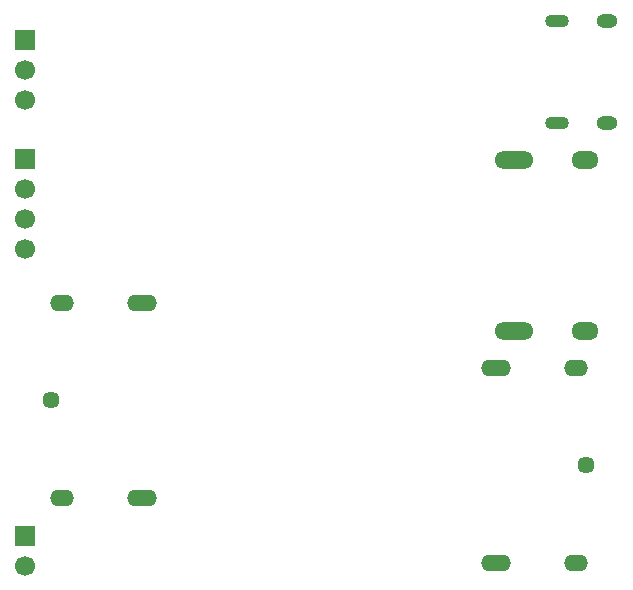
<source format=gbr>
%TF.GenerationSoftware,KiCad,Pcbnew,9.0.1*%
%TF.CreationDate,2025-08-01T22:35:38-04:00*%
%TF.ProjectId,hardwareddc-aux-breakout,68617264-7761-4726-9564-64632d617578,rev?*%
%TF.SameCoordinates,Original*%
%TF.FileFunction,Soldermask,Bot*%
%TF.FilePolarity,Negative*%
%FSLAX46Y46*%
G04 Gerber Fmt 4.6, Leading zero omitted, Abs format (unit mm)*
G04 Created by KiCad (PCBNEW 9.0.1) date 2025-08-01 22:35:38*
%MOMM*%
%LPD*%
G01*
G04 APERTURE LIST*
%ADD10C,1.447800*%
%ADD11O,2.504000X1.404000*%
%ADD12O,2.004000X1.404000*%
%ADD13R,1.700000X1.700000*%
%ADD14C,1.700000*%
%ADD15O,3.300000X1.500000*%
%ADD16O,2.300000X1.500000*%
%ADD17O,2.000000X1.100000*%
%ADD18O,1.800000X1.200000*%
G04 APERTURE END LIST*
D10*
%TO.C,J5*%
X149824400Y-113900000D03*
D11*
X142128200Y-122155000D03*
X142128200Y-105645000D03*
D12*
X148910000Y-122155000D03*
X148910000Y-105645000D03*
%TD*%
D13*
%TO.C,J3*%
X102300000Y-77850000D03*
D14*
X102300000Y-80390000D03*
X102300000Y-82930000D03*
%TD*%
D13*
%TO.C,J4*%
X102300000Y-119875000D03*
D14*
X102300000Y-122415000D03*
%TD*%
D13*
%TO.C,J1*%
X102300000Y-87968000D03*
D14*
X102300000Y-90508000D03*
X102300000Y-93048000D03*
X102300000Y-95588000D03*
%TD*%
D15*
%TO.C,J7*%
X143680000Y-102516667D03*
D16*
X149680000Y-102516667D03*
D15*
X143680000Y-88016667D03*
D16*
X149680000Y-88016667D03*
%TD*%
D10*
%TO.C,J6*%
X104475600Y-108400000D03*
D11*
X112171800Y-100145000D03*
X112171800Y-116655000D03*
D12*
X105390000Y-100145000D03*
X105390000Y-116655000D03*
%TD*%
D17*
%TO.C,J2*%
X147375000Y-84923667D03*
D18*
X151575000Y-84923667D03*
D17*
X147375000Y-76273667D03*
D18*
X151575000Y-76273667D03*
%TD*%
M02*

</source>
